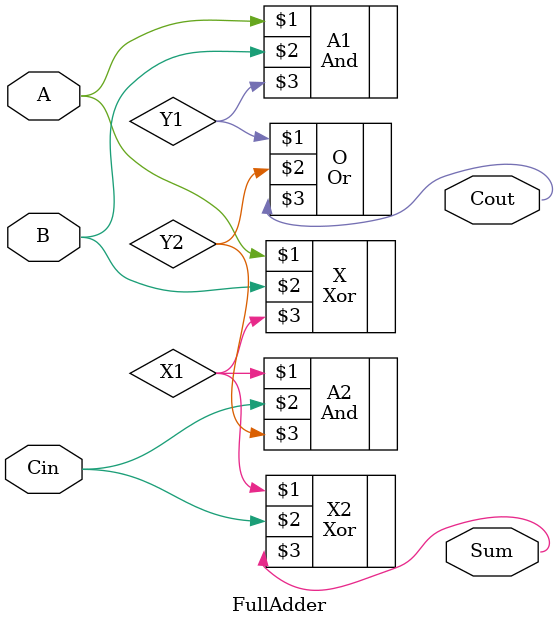
<source format=v>
module FullAdder (input A, B, Cin, output Sum, Cout);

  wire X1, Y1, Y2;

  // XOR gates for sum
  Xor X(A, B, X1);
  Xor X2(X1, Cin, Sum);

  // AND gates for carry generation
  And A1(A, B, Y1);
  And A2(X1, Cin, Y2);

  // OR gate for carry-out
  Or O(Y1, Y2, Cout);

endmodule
</source>
